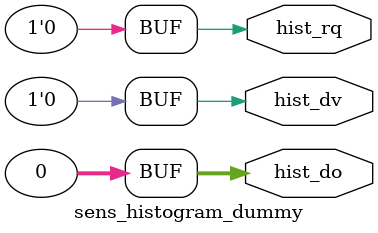
<source format=v>

/*!
 * <b>Module:</b>sens_histogram
 * @file sens_histogram.v
 * @date 2015-05-29  
 * @author Andrey Filippov     
 *
 * @brief Calculates per-color histogram over the specified rectangular region
 *
 * @copyright Copyright (c) 2015 Elphel, Inc.
 *
 * <b>License:</b>
 *
 * sens_histogram.v is free software; you can redistribute it and/or modify
 * it under the terms of the GNU General Public License as published by
 * the Free Software Foundation, either version 3 of the License, or
 * (at your option) any later version.
 *
 *  sens_histogram.v is distributed in the hope that it will be useful,
 * but WITHOUT ANY WARRANTY; without even the implied warranty of
 * MERCHANTABILITY or FITNESS FOR A PARTICULAR PURPOSE.  See the
 * GNU General Public License for more details.
 *
 * You should have received a copy of the GNU General Public License
 * along with this program.  If not, see <http://www.gnu.org/licenses/> .
 *
 * Additional permission under GNU GPL version 3 section 7:
 * If you modify this Program, or any covered work, by linking or combining it
 * with independent modules provided by the FPGA vendor only (this permission
 * does not extend to any 3-rd party modules, "soft cores" or macros) under
 * different license terms solely for the purpose of generating binary "bitstream"
 * files and/or simulating the code, the copyright holders of this Program give
 * you the right to distribute the covered work without those independent modules
 * as long as the source code for them is available from the FPGA vendor free of
 * charge, and there is no dependence on any encrypted modules for simulating of
 * the combined code. This permission applies to you if the distributed code
 * contains all the components and scripts required to completely simulate it
 * with at least one of the Free Software programs.
 */
`timescale 1ns/1ps
    // TODO: get rid of pclk2x by doubling memories (making 1 write port and 2 read ones)
    // How to erase?
    // Alternative: copy/erase to a separate buffer in the beginning/end of a frame?

module  sens_histogram #(
    parameter HISTOGRAM_RAM_MODE =     "BUF32", // "NOBUF", // valid: "NOBUF" (32-bits, no buffering), "BUF18", "BUF32"
    parameter HISTOGRAM_ADDR =         'h33c,
    parameter HISTOGRAM_ADDR_MASK =    'h7fe,
    parameter HISTOGRAM_LEFT_TOP =     'h0,
    parameter HISTOGRAM_WIDTH_HEIGHT = 'h1, // 1.. 2^16, 0 - use HACT
    parameter [1:0] XOR_HIST_BAYER =  2'b00// 11 // invert bayer setting
`ifdef DEBUG_RING
        ,parameter DEBUG_CMD_LATENCY = 2 // SuppressThisWarning VEditor - not used
`endif        
    
)(
    input         mrst,      // @posedge mclk, sync reset
    input         prst,      // @posedge pclk, sync reset
    input         pclk,   // global clock input, pixel rate (96MHz for MT9P006)
    input         pclk2x,
    input         sof,
    input         eof,
    input         hact,
    input   [7:0] hist_di, // 8-bit pixel data
    input   [1:0] bayer,
    input         mclk,
    input         hist_en,  // @mclk - gracefully enable/disable histogram
    input         hist_rst, // @mclk - immediately disable if true
    output        hist_rq,
    input         hist_grant,
    output [31:0] hist_do,
    output        hist_dv,
    input   [7:0] cmd_ad,      // byte-serial command address/data (up to 6 bytes: AL-AH-D0-D1-D2-D3 
    input         cmd_stb,      // strobe (with first byte) for the command a/d
    input         monochrome    // tie to 0 to reduce hardware
`ifdef DEBUG_RING       
    ,output                       debug_do, // output to the debug ring
     input                        debug_sl, // 0 - idle, (1,0) - shift, (1,1) - load // SuppressThisWarning VEditor - not used
     input                        debug_di  // input from the debug ring
`endif         
);

    localparam PXD_2X_LATENCY = 2;
    reg         hist_bank_pclk;
    
//    reg   [7:0] hist_d;
    reg   [9:0] hist_addr;
    reg   [9:0] hist_addr_d;
    reg   [9:0] hist_addr_d2;
    reg   [9:0] hist_rwaddr;
    
    reg  [31:0] to_inc; // multiplexed, registered (either from memory or from previously incremented/saturated value)
//    wire [31:0] inc_w; // (before register)
    reg  [31:0] inc_r;  // incremented value, registered
    reg  [31:0] inc_sat; // inc_r registered and possibly saturated (in 18-bit mode), just registered in 32-bit mode) 
    wire [31:0] hist_new;
    reg         hist_rwen;  // read/write enable
//    reg   [2:0] hist_regen; // bram output register enable: [0] - ren, [1] - regen, [2] - next after regen
    reg   [1:0] hist_regen; // bram output register enable: [0] - ren, [1] - regen, [2] - next after regen
    reg         hist_we;    // bram write enable
    reg         hist_bank_mclk;
    
    wire          set_left_top_w;
    wire          set_width_height_w;
     
    wire    [1:0] pio_addr;
    wire   [31:0] pio_data;
    wire          pio_stb;
    
    reg    [31:0] lt_mclk;   // left+top @ posedge mclk
    reg    [31:0] wh_mclk;   // width+height @ posedge mclk
    reg    [15:0] width_m1;  // @posedge pclk
    reg    [15:0] height_m1; // @posedge pclk 
    reg    [15:0] left;      // @posedge pclk
    reg    [15:0] top;       // @posedge pclk
    
    reg           hist_en_pclk;  // @pclk - gracefully enable/disable histogram
    reg           hist_rst_pclk; // @pclk - immediately disable if true
    reg           en;
    reg           en_new; // @ pclk - enable new frame
    
    reg           en_mclk;
    
    wire          set_left_top_pclk;
    wire          set_width_height_pclk;
    reg           pclk_sync; // CE for pclk2x, ~=pclk
    
    reg     [1:0] bayer_pclk;
    
    reg     [1:0] hact_d;
    
    reg           top_margin;   // above (before) active window
    reg           hist_done;    // @pclk single cycle
    wire          hist_done_mclk;
    reg           vert_woi;     // vertically in window TESTED ACTIVE
    reg           left_margin;  // left of (before) active window
    reg    [2:0]  woi;          // @ pclk2x - inside WOI (and delayed
    reg           hor_woi;      // vertically in window
    reg    [15:0] vcntr;        // vertical (line) counter
    reg    [15:0] hcntr;        // horizontal (pixel) counter
    wire          vcntr_zero_w; // vertical counter is zero
    wire          hcntr_zero_w; // horizontal counter is zero
    reg           same_addr1; // @pclk2x - current histogram address is the same as previous (it was different color, but for future monochrome?)
    reg           same_addr2; // @pclk2x - current histogram address is the same as before-previous (previous was different color)
    

    reg           hist_out; // some data yet to be sent out
    reg           hist_out_d;
    reg     [2:0] hist_re;
    reg     [9:0] hist_raddr;
    reg           hist_rq_r;
    wire          hist_xfer_done_mclk; //@ mclk
    wire          hist_xfer_done; // @pclk
    reg           hist_xfer_busy; // @pclk, during histogram readout , immediately after woi (no gaps)
    reg           wait_readout;   // only used in NOBUF mode, in outher modes readout is expected to be always finished in time
    
`ifdef DEBUG_RING
    reg    [15:0] debug_line_cntr;
    reg    [15:0] debug_lines;
`endif    
    
    assign set_left_top_w =     pio_stb && (pio_addr == HISTOGRAM_LEFT_TOP );
    assign set_width_height_w = pio_stb && (pio_addr == HISTOGRAM_WIDTH_HEIGHT );
    assign vcntr_zero_w =      !(|vcntr);
    assign hcntr_zero_w =      !(|hcntr);
//    assign inc_w =             to_inc+1;

    assign hist_rq = hist_rq_r;
    assign hist_dv = hist_re[2];
    assign hist_xfer_done_mclk = hist_out_d && !hist_out && hist_en;

//AF2015-new mod
    wire       line_start_w = hact && !hact_d[0]; // // tested active
    reg        pre_first_line;
    reg        frame_active; // until done
    reg        hist_en_pclk2x;
//    reg        hist_rst_pclk2x;
    
    wire       hlstart;      // histogram line start @ posedge pclk2x
    reg  [7:0] pxd_ram [0:15] ; // crossing clock boundary
    reg  [1:0] bayer_ram [0:15] ; // crossing clock boundary
    reg  [0:0] woi_ram [0:15] ; // horizontal WOI to pclk2x
    reg  [3:0] pxd_wa;
    reg  [3:0] pxd_wa_woi;
    reg  [3:0] pxd_ra;
    reg  [3:0] pxd_ra_start; // start value of the pxd_ra counter to account for left margin
    
//    reg  [1:0] bayer_pclk;
    wire [1:0] bayer_2x = bayer_ram[pxd_ra];
    wire [7:0] pxd_2x   = pxd_ram[pxd_ra];
    wire       hor_woi_2x=woi_ram[pxd_ra];
    reg        monochrome_pclk;
    reg        monochrome_2x;
    
`ifdef DEBUG_RING
    always @ (posedge pclk) begin
        if      (sof)          debug_line_cntr <= 0;
        else if (line_start_w) debug_line_cntr <= debug_line_cntr + 1;
        
        if      (sof)          debug_lines <= debug_line_cntr;
    end
`endif    
    
    always @ (posedge pclk) begin
        if (!hact) pxd_wa <= 0;
        else pxd_wa <= pxd_wa + 1;
        
        if (!hact) pxd_wa_woi <= -PXD_2X_LATENCY;
        else       pxd_wa_woi <= pxd_wa_woi + 1;
        
        if (hist_en_pclk && hact)      pxd_ram[pxd_wa] <= hist_di;
        if (hist_en_pclk && hact)      bayer_ram[pxd_wa] <= bayer_pclk;
        if (hist_en_pclk && hact_d[1]) woi_ram[pxd_wa_woi] <= hor_woi;          // PXD_2X_LATENCY;
        
    end
    
    
    always @ (posedge mclk) begin
        if (set_left_top_w)     lt_mclk <= pio_data;
        if (set_width_height_w) wh_mclk <= pio_data;
    end
    
    always @ (posedge pclk) begin
        if (set_left_top_pclk)     {top,left} <= lt_mclk[31:0];
        if (set_width_height_pclk) {height_m1,width_m1} <= wh_mclk[31:0];
    end
    
    // process WOI
    always @ (posedge pclk) begin
        hact_d <= {hact_d[0],hact};
        if      (!en)           pre_first_line <= 0;
        else if (sof && en_new) pre_first_line <= 1;
        else if (hact)          pre_first_line <= 0;
    
        if      (!en)                         top_margin <= 0;
        else if (sof && en_new)               top_margin <= 1;
        else if (vcntr_zero_w & line_start_w) top_margin <= 0;
        
        if (!en ||(pre_first_line && !hact))  vert_woi <= 0;
        else if (vcntr_zero_w & line_start_w) vert_woi <= top_margin;
        
        hist_done <= vert_woi && (eof || (vcntr_zero_w && line_start_w)); // hist done never asserted, line_start_w - active
        
        if   (!en || hist_done)               frame_active <= 0;
        else if (sof && en_new)               frame_active <= 1;
        
        
        if ((pre_first_line && !hact) || !frame_active) vcntr <= top;
        else if (line_start_w)                          vcntr <= vcntr_zero_w ? height_m1 : (vcntr - 1);
        
        if (!frame_active)                    left_margin <= 0;
        else if (!hact_d[0])                  left_margin <= 1;
        else if (hcntr_zero_w)                left_margin <= 0;

        // !hact_d[0] to limit by right margin if window is set wrong
        if (!vert_woi || wait_readout || !hact_d[0]) hor_woi <= 0; // postpone WOI if reading out/erasing histogram (no-buffer mode)
        else if (hcntr_zero_w)                       hor_woi <= left_margin && vert_woi;
        
        if      (!hact_d[0])                  hcntr <= left;
        else if (hcntr_zero_w && left_margin) hcntr <= width_m1;
        else if (left_margin || hor_woi)      hcntr <= hcntr - 1;
        
        if      (!en)                                          hist_bank_pclk <= 0;
        else if (hist_done && (HISTOGRAM_RAM_MODE != "NOBUF")) hist_bank_pclk <= !hist_bank_pclk;
        // hist_xfer_busy to extend en
        if      (!en)                      hist_xfer_busy <= 0;
        else if (hist_xfer_done)           hist_xfer_busy <= 0;
        else if (vcntr_zero_w && vert_woi) hist_xfer_busy <= 1;
        
        hist_en_pclk <= hist_en;
        hist_rst_pclk <= hist_rst;
        
        if      (hist_rst_pclk)                               en <= 0;
        else if (hist_en_pclk)                                en <= 1;
        else if (!top_margin && !vert_woi && !hist_xfer_busy) en <= 0;
        
        en_new <= !hist_rst_pclk && hist_en_pclk;

        if      (monochrome_pclk)         bayer_pclk[1] <= 0;
        else if (!hact && hact_d[0])      bayer_pclk[1] <= !bayer_pclk[1];
        else if (pre_first_line && !hact) bayer_pclk[1] <= XOR_HIST_BAYER[1] ^ bayer[1];

        if      (monochrome_pclk)         bayer_pclk[0] <= 0;
        else if (!hact)                   bayer_pclk[0] <= XOR_HIST_BAYER[0] ^ bayer[0];
        else                              bayer_pclk[0] <= ~bayer_pclk[0]; 

    end

    always @(posedge pclk2x) begin
        monochrome_2x <= monochrome;
        hist_en_pclk2x <= hist_en;
        pxd_ra_start <= left[3:0];
        
        if (!hist_en_pclk2x || hlstart || !(hor_woi_2x || (|woi)))  pclk_sync <= 0;
        else                                                        pclk_sync <= ~pclk_sync;
        
        if (hlstart)        pxd_ra <= pxd_ra_start;
        else if (pclk_sync) pxd_ra <= pxd_ra + 1;
        
    end
    


    always @(posedge pclk2x) begin
        if (pclk_sync)  begin
            woi <= {woi[1:0],hor_woi_2x};
            hist_addr <= {bayer_2x,pxd_2x};
            hist_addr_d <= hist_addr;
            hist_addr_d2 <= hist_addr_d;
            same_addr1 <= monochrome_2x && woi[0] && woi[1] && (hist_addr_d  == hist_addr); // reduce hardware if hard-wire to gnd
            same_addr2 <=                  woi[0] && woi[2] && (hist_addr_d2 == hist_addr);
            if      (same_addr1) to_inc <= inc_r; // only used in monochrome mode
            else if (same_addr2) to_inc <= inc_sat;
            else                 to_inc <= hist_new;
            
            if      (HISTOGRAM_RAM_MODE != "BUF18")  inc_sat <= inc_r;
            else if (inc_r[18])                      inc_sat <= 32'h3fff; // maximal value
            else                                     inc_sat <= {14'b0,inc_r[17:0]};
        end
        hist_rwen <= (woi[0] & ~pclk_sync) || (woi[2] & pclk_sync);
        hist_regen <= {hist_regen[0], woi[0] & ~pclk_sync};
        hist_we <= woi[2] & pclk_sync;
        
        if     (woi[0] & ~pclk_sync) hist_rwaddr <= hist_addr;
        else if (woi[2] & pclk_sync) hist_rwaddr <= hist_addr_d2;
        
        inc_r <= to_inc + 1;
        
    end
    // after hist_out was off, require inactive grant before sending rq
    reg en_rq_start;
    
    always @ (posedge mclk) begin
        en_mclk <= en;
//        monochrome_pclk <= monochrome;
        if      (!en_mclk)       hist_out <= 0;
        else if (hist_done_mclk) hist_out <= 1;
        else if (&hist_raddr)    hist_out <= 0;
        
        hist_out_d <= hist_out;
        // reset address each time new transfer is started
        if      (!hist_out)  hist_raddr <= 0;
        else if (hist_re[0]) hist_raddr <= hist_raddr + 1;
        
// prevent starting rq if grant is still on (back-to-back)
        if      (!hist_out)   en_rq_start <= 0;
        else if (!hist_grant) en_rq_start <= 1;
        hist_rq_r <= en_mclk && hist_out && !(&hist_raddr) && en_rq_start;
        
        if      (!hist_out || (&hist_raddr[7:0])) hist_re[0] <= 0;
        else if (hist_grant && hist_out)          hist_re[0] <= 1;
        
        hist_re[2:1] <= hist_re[1:0];
        
        if      (!en_mclk)                                               hist_bank_mclk <= 0;
        else if (hist_xfer_done_mclk && (HISTOGRAM_RAM_MODE != "NOBUF")) hist_bank_mclk <= !hist_bank_mclk;
    
    end
    
    always @ (posedge pclk) begin
        if      (!en)                                          wait_readout <= 0;
        else if ((HISTOGRAM_RAM_MODE == "NOBUF") && hist_done) wait_readout <= 1;
        else if (hist_xfer_done)                               wait_readout <= 0;
    
        monochrome_pclk <= monochrome;
    end

`ifdef DEBUG_RING
    debug_slave #(
        .SHIFT_WIDTH       (64),
        .READ_WIDTH        (64),
        .WRITE_WIDTH       (32),
        .DEBUG_CMD_LATENCY (DEBUG_CMD_LATENCY)
    ) debug_slave_i (
        .mclk       (mclk),     // input
        .mrst       (mrst),     // input
        .debug_di   (debug_di), // input
        .debug_sl   (debug_sl), // input
        .debug_do   (debug_do), // output
        .rd_data   ({debug_lines[15:0], debug_line_cntr[15:0], width_m1[15:0],  hcntr[15:0]}), // input[31:0] 
        .wr_data    (), // output[31:0]  - not used
        .stb        () // output  - not used
    );
`endif
    
    cmd_deser #(
        .ADDR        (HISTOGRAM_ADDR),
        .ADDR_MASK   (HISTOGRAM_ADDR_MASK),
        .NUM_CYCLES  (6),
        .ADDR_WIDTH  (2),
        .DATA_WIDTH  (32),
        .ADDR1       (0),
        .ADDR_MASK1  (0),
        .ADDR2       (0),
        .ADDR_MASK2  (0)
    ) cmd_deser_sens_histogram_i (
        .rst         (1'b0), // input
        .clk         (mclk), // input
        .srst        (mrst), // input
        .ad          (cmd_ad), // input[7:0] 
        .stb         (cmd_stb), // input
        .addr        (pio_addr), // output[15:0] 
        .data        (pio_data), // output[31:0] 
        .we          (pio_stb) // output
    );

    pulse_cross_clock pulse_cross_clock_hlstart_start_i (
        .rst         (prst), // input
        .src_clk     (pclk), // input
        .dst_clk     (pclk2x), // input
        .in_pulse    (hcntr_zero_w && left_margin && hact_d[0]), // input
        .out_pulse   (hlstart),    // output
        .busy() // output
    );


    
    pulse_cross_clock pulse_cross_clock_lt_i (
        .rst         (mrst), // input
        .src_clk     (mclk), // input
        .dst_clk     (pclk), // input
        .in_pulse    (set_left_top_w), // input
        .out_pulse   (set_left_top_pclk),    // output
        .busy() // output
    );
    
    pulse_cross_clock pulse_cross_clock_wh_i (
        .rst         (mrst), // input
        .src_clk     (mclk), // input
        .dst_clk     (pclk), // input
        .in_pulse    (set_width_height_w), // input
        .out_pulse   (set_width_height_pclk),    // output
        .busy() // output
    );
    
    pulse_cross_clock pulse_cross_clock_hist_done_i (
        .rst         (prst), // input
        .src_clk     (pclk), // input
        .dst_clk     (mclk), // input
        .in_pulse    (hist_done), // input
        .out_pulse   (hist_done_mclk),    // output
        .busy() // output
    );

    pulse_cross_clock pulse_cross_clock_hist_xfer_done_i (
        .rst         (mrst), // input
        .src_clk     (mclk), // input
        .dst_clk     (pclk), // input
        .in_pulse    (hist_xfer_done_mclk), // input
        .out_pulse   (hist_xfer_done),    // output
        .busy() // output
    );
    //TODO:  make it double cycle in timing

    // select between 18-bit wide histogram data using a single BRAM or 2 BRAMs having full 32 bits    
    generate
        if (HISTOGRAM_RAM_MODE=="BUF32")
            sens_hist_ram_double sens_hist_ram_i (
                .pclk2x     (pclk2x), // input
                .addr_a     ({hist_bank_pclk,hist_rwaddr[9:0]}), // input[10:0] 
                .data_in_a  (inc_sat),         // input[31:0] 
                .data_out_a (hist_new),      // output[31:0] 
                .en_a       (hist_rwen),     // input
                .regen_a    (hist_regen[1]), // input
                .we_a       (hist_we),       // input
                .mclk       (mclk),          // input
                .addr_b     ({hist_bank_mclk,hist_raddr[9:0]}), // input[10:0] 
                .data_out_b (hist_do),       // output[31:0] 
                .re_b       (hist_re[0]),    // input
                .regen_b    (hist_re[1])     // input
            );
        else if (HISTOGRAM_RAM_MODE=="BUF18")
            sens_hist_ram_single sens_hist_ram_i (
                .pclk2x     (pclk2x), // input
                .addr_a     ({hist_bank_pclk,hist_rwaddr[9:0]}), // input[10:0] 
                .data_in_a  (inc_sat),      // input[31:0] 
                .data_out_a (hist_new),   // output[31:0] 
                .en_a       (hist_rwen),  // input
                .regen_a    (hist_regen[1]), // input
                .we_a       (hist_we),    // input
                .mclk       (mclk),       // input
                .addr_b     ({hist_bank_mclk,hist_raddr[9:0]}), // input[10:0] 
                .data_out_b (hist_do), // output[31:0] 
                .re_b       (hist_re[0]),    // input
                .regen_b    (hist_re[1])     // input
            );
        else if (HISTOGRAM_RAM_MODE=="NOBUF")
            sens_hist_ram_nobuff sens_hist_ram_i (
                .pclk2x     (pclk2x), // input
                .addr_a     ({hist_bank_pclk,hist_rwaddr[9:0]}), // input[10:0] 
                .data_in_a  (inc_sat),      // input[31:0] 
                .data_out_a (hist_new),   // output[31:0] 
                .en_a       (hist_rwen),  // input
                .regen_a    (hist_regen[1]), // input
                .we_a       (hist_we),    // input
                .mclk       (mclk),       // input
                .addr_b     ({hist_bank_mclk,hist_raddr[9:0]}), // input[10:0] 
                .data_out_b (hist_do), // output[31:0] 
                .re_b       (hist_re[0]),    // input
                .regen_b    (hist_re[1])     // input
            );
        
    endgenerate


endmodule

module sens_hist_ram_single(
    input         pclk2x,
    input  [10:0] addr_a,
    input  [31:0] data_in_a,
    output [31:0] data_out_a,
    input         en_a,
    input         regen_a,
    input         we_a,
    
    input         mclk,
    input  [10:0] addr_b,
    output [31:0] data_out_b,
    input         re_b,
    input         regen_b
);
    wire   [17:0] data_out_a18;
    wire   [17:0] data_out_b18;
    assign data_out_b = {14'b0,data_out_b18};
    assign data_out_a = {14'b0,data_out_a18};
    ramtp_var_w_var_r #(
        .REGISTERS_A(1),
        .REGISTERS_B(1),
        .LOG2WIDTH_A(4),               // 18 bits
        .LOG2WIDTH_B(4),                // 18 bits
        .WRITE_MODE_A("NO_CHANGE"),
        .WRITE_MODE_B("READ_FIRST")
    ) ramtp_var_w_var_r_i (
        .clk_a      (pclk2x),          // input
        .addr_a     (addr_a),          // input[10:0] 
        .en_a       (en_a),            // input
        .regen_a    (regen_a),         // input
        .we_a       (we_a),            // input
        .data_out_a (data_out_a18),    // output[17:0] 
        .data_in_a  (data_in_a[17:0]), // input[17:0] 
        .clk_b      (mclk),            // input
        .addr_b     (addr_b),          // input[10:0] 
        .en_b       (re_b),            // input
        .regen_b    (regen_b),         // input
        .we_b       (1'b1),            // input
        .data_out_b (data_out_b18),    // output[17:0] 
        .data_in_b  (18'b0)            // input[17:0] 
    );
endmodule
// TODO: without ping-pong buffering as histograms are transferred to the system memory over axi master,
// it may be possible to use a single RAM block (if vertical blanking outside of selected window is sufficient)

module sens_hist_ram_double(
    input         pclk2x,
    input  [10:0] addr_a,
    input  [31:0] data_in_a,
    output [31:0] data_out_a,
    input         en_a,
    input         regen_a,
    input         we_a,
    
    input         mclk,
    input  [10:0] addr_b,
    output [31:0] data_out_b,
    input         re_b,
    input         regen_b
);
    
    ramt_var_w_var_r #(
        .REGISTERS_A(1),
        .REGISTERS_B(1),
        .LOG2WIDTH_A(4),
        .LOG2WIDTH_B(4),
        .WRITE_MODE_A("NO_CHANGE"),
        .WRITE_MODE_B("READ_FIRST")
    ) ramt_var_w_var_r_lo_i (
        .clk_a      (pclk2x),           // input
        .addr_a     (addr_a),           // input[10:0] 
        .en_a       (en_a),             // input
        .regen_a    (regen_a),          // input
        .we_a       (we_a),             // input
        .data_out_a (data_out_a[15:0]), // output[15:0] 
        .data_in_a  (data_in_a[15:0]),  // input[15:0] 
        .clk_b      (mclk),             // input
        .addr_b     (addr_b),           // input[10:0] 
        .en_b       (re_b),             // input
        .regen_b    (regen_b),          // input
        .we_b       (1'b1),             // input
        .data_out_b (data_out_b[15:0]), // output[15:0] 
        .data_in_b  (16'b0)             // input[15:0] 
    );
    
    ramt_var_w_var_r #(
        .REGISTERS_A(1),
        .REGISTERS_B(1),
        .LOG2WIDTH_A(4),
        .LOG2WIDTH_B(4),
        .WRITE_MODE_A("NO_CHANGE"),
        .WRITE_MODE_B("READ_FIRST")
    ) ramt_var_w_var_r_hi_i (
        .clk_a      (pclk2x),           // input
        .addr_a     (addr_a),           // input[10:0] 
        .en_a       (en_a),             // input
        .regen_a    (regen_a),          // input
        .we_a       (we_a),             // input
        .data_out_a (data_out_a[31:16]),// output[15:0] 
        .data_in_a  (data_in_a[31:16]), // input[15:0] 
        .clk_b      (mclk),             // input
        .addr_b     (addr_b),           // input[10:0] 
        .en_b       (re_b),             // input
        .regen_b    (regen_b),          // input
        .we_b       (1'b1),             // input
        .data_out_b (data_out_b[31:16]),// output[15:0] 
        .data_in_b  (16'b0)             // input[15:0] 
    );
endmodule

module sens_hist_ram_nobuff(
    input         pclk2x,
    input  [10:0] addr_a,
    input  [31:0] data_in_a,
    output [31:0] data_out_a,
    input         en_a,
    input         regen_a,
    input         we_a,
    
    input         mclk,
    input  [10:0] addr_b,
    output [31:0] data_out_b,
    input         re_b,
    input         regen_b
);
    
    ramt_var_w_var_r #(
        .REGISTERS_A(1),
        .REGISTERS_B(1),
        .LOG2WIDTH_A(5), // 32 bits
        .LOG2WIDTH_B(5),
        .WRITE_MODE_A("NO_CHANGE"),
        .WRITE_MODE_B("READ_FIRST")
    ) ramt_var_w_var_r_i (
        .clk_a      (pclk2x),           // input
        .addr_a     (addr_a[9:0]),      // input[10:0] 
        .en_a       (en_a),             // input
        .regen_a    (regen_a),          // input
        .we_a       (we_a),             // input
        .data_out_a (data_out_a[31:0]), // output[15:0] 
        .data_in_a  (data_in_a[31:0]),  // input[15:0] 
        .clk_b      (mclk),             // input
        .addr_b     (addr_b[9:0]),      // input[10:0] 
        .en_b       (re_b),             // input
        .regen_b    (regen_b),          // input
        .we_b       (1'b1),             // input
        .data_out_b (data_out_b[31:0]), // output[15:0] 
        .data_in_b  (32'b0)             // input[15:0] 
    );
    
endmodule

module  sens_histogram_dummy(
    output        hist_rq,
    output [31:0] hist_do,
    output        hist_dv
`ifdef DEBUG_RING       
    , output debug_do,
    input    debug_di
`endif         
);
    assign         hist_rq = 0;
    assign         hist_do = 0;
    assign         hist_dv = 0;
`ifdef DEBUG_RING       
    assign  debug_do =  debug_di;
`endif         
    
endmodule
</source>
